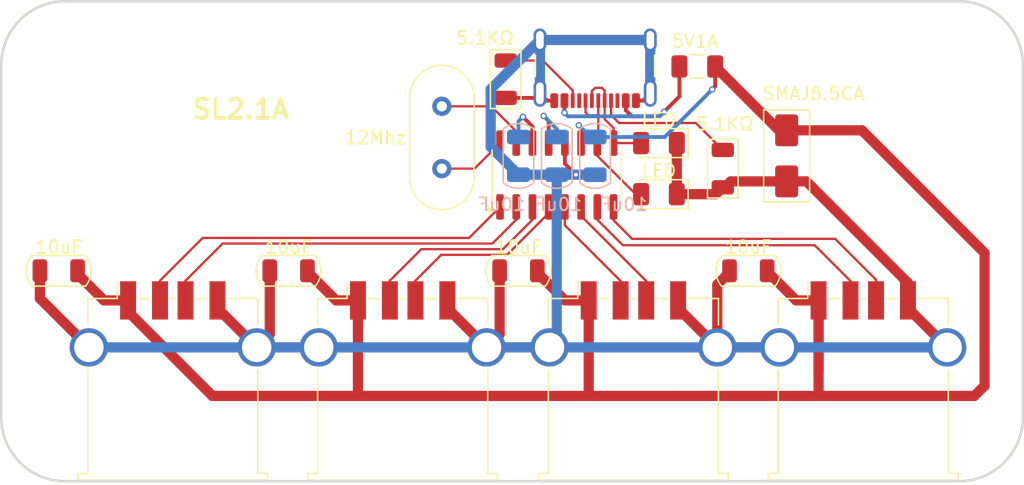
<source format=kicad_pcb>
(kicad_pcb (version 20241229) (generator "pcbnew") (generator_version "9.0")
  (layers (0 "F.Cu" signal) (2 "B.Cu" signal) (13 "F.Paste" user) (15 "B.Paste" user) (5 "F.SilkS" user "F.Silkscreen") (7 "B.SilkS" user "B.Silkscreen") (1 "F.Mask" user) (3 "B.Mask" user) (25 "Edge.Cuts" user))
  (net 0 "")
  (net 1 "VBUS")
  (net 2 "GND")
  (net 3 "/VDD33")
  (net 4 "/VDD18")
  (net 5 "/USBA1_D+")
  (net 6 "/USBA2_D-")
  (net 7 "Net-(U1-XIN)")
  (net 8 "/USBA2_D+")
  (net 9 "/USBA4_D-")
  (net 10 "Net-(U1-XOUT)")
  (net 11 "/USBC_D-")
  (net 12 "/USBA1_D-")
  (net 13 "/USBA3_D+")
  (net 14 "/USBA3_D-")
  (net 15 "/USBA4_D+")
  (net 16 "/USBC_D+")
  (net 17 "Net-(USB5-CC2)")
  (net 18 "Net-(USB5-CC1)")
  (net 21 "Net-(F1-Pad1)")
  (footprint "Package_SO:SOP-16_3.9x9.9mm_P1.27mm" (layer "F.Cu") (at 160 88.5 90)
    (property "Reference" "U1" (hide yes))
    (property "Value" "SL2.1A" (hide yes))
    (fp_line (start 0 -5.06) (end 1.95 -5.06) (stroke (width 0.12)) (layer "F.SilkS"))
    (fp_line (start 0 -5.06) (end -1.95 -5.06) (stroke (width 0.12)) (layer "F.SilkS"))
    (fp_line (start 0 5.06) (end 1.95 5.06) (stroke (width 0.12)) (layer "F.SilkS"))
    (fp_line (start 0 5.06) (end -1.95 5.06) (stroke (width 0.12)) (layer "F.SilkS"))
    (fp_poly (pts (xy -2.725 -5.005) (xy -2.965 -5.335) (xy -2.485 -5.335)) (stroke (width 0.12)) (fill yes) (layer "F.SilkS"))
    (pad "1" smd roundrect (at -2.5 -4.445 90) (size 2 0.6) (layers "F.Cu" "F.Mask" "F.Paste") (net 12 "/USBA1_D-"))
    (pad "2" smd roundrect (at -2.5 -3.175 90) (size 2 0.6) (layers "F.Cu" "F.Mask" "F.Paste") (net 5 "/USBA1_D+"))
    (pad "3" smd roundrect (at -2.5 -1.905 90) (size 2 0.6) (layers "F.Cu" "F.Mask" "F.Paste") (net 6 "/USBA2_D-"))
    (pad "4" smd roundrect (at -2.5 -0.635 90) (size 2 0.6) (layers "F.Cu" "F.Mask" "F.Paste") (net 8 "/USBA2_D+"))
    (pad "5" smd roundrect (at -2.5 0.635 90) (size 2 0.6) (layers "F.Cu" "F.Mask" "F.Paste") (net 14 "/USBA3_D-"))
    (pad "6" smd roundrect (at -2.5 1.905 90) (size 2 0.6) (layers "F.Cu" "F.Mask" "F.Paste") (net 13 "/USBA3_D+"))
    (pad "7" smd roundrect (at -2.5 3.175 90) (size 2 0.6) (layers "F.Cu" "F.Mask" "F.Paste") (net 9 "/USBA4_D-"))
    (pad "8" smd roundrect (at -2.5 4.445 90) (size 2 0.6) (layers "F.Cu" "F.Mask" "F.Paste") (net 15 "/USBA4_D+"))
    (pad "9" smd roundrect (at 2.5 4.445 90) (size 2 0.6) (layers "F.Cu" "F.Mask" "F.Paste") (net 11 "/USBC_D-"))
    (pad "10" smd roundrect (at 2.5 3.175 90) (size 2 0.6) (layers "F.Cu" "F.Mask" "F.Paste") (net 16 "/USBC_D+"))
    (pad "11" smd roundrect (at 2.5 1.905 90) (size 2 0.6) (layers "F.Cu" "F.Mask" "F.Paste") (net 1 "VBUS"))
    (pad "12" smd roundrect (at 2.5 0.635 90) (size 2 0.6) (layers "F.Cu" "F.Mask" "F.Paste") (net 2 "GND"))
    (pad "13" smd roundrect (at 2.5 -0.635 90) (size 2 0.6) (layers "F.Cu" "F.Mask" "F.Paste") (net 3 "/VDD33"))
    (pad "14" smd roundrect (at 2.5 -1.905 90) (size 2 0.6) (layers "F.Cu" "F.Mask" "F.Paste") (net 4 "/VDD18"))
    (pad "15" smd roundrect (at 2.5 -3.175 90) (size 2 0.6) (layers "F.Cu" "F.Mask" "F.Paste") (net 10 "Net-(U1-XOUT)"))
    (pad "16" smd roundrect (at 2.5 -4.445 90) (size 2 0.6) (layers "F.Cu" "F.Mask" "F.Paste") (net 7 "Net-(U1-XIN)"))
  )
  (footprint "Connector_USB:USB_A_TE_292303-7_Horizontal" (layer "F.Cu") (at 129.93 104.7)
    (property "Reference" "USB1" (hide yes))
    (property "Value" "USB_A" (hide yes))
    (fp_line (start -7.43 7.17) (end -7.43 7.69) (stroke (width 0.12)) (layer "F.SilkS"))
    (fp_line (start -7.43 7.69) (end 7.43 7.69) (stroke (width 0.12)) (layer "F.SilkS"))
    (fp_line (start -6.66 -6.53) (end -6.66 -4.46) (stroke (width 0.12)) (layer "F.SilkS"))
    (fp_line (start -6.66 -6.53) (end -4.35 -6.53) (stroke (width 0.12)) (layer "F.SilkS"))
    (fp_line (start -6.66 7.17) (end -7.43 7.17) (stroke (width 0.12)) (layer "F.SilkS"))
    (fp_line (start -6.66 7.17) (end -6.66 -0.94) (stroke (width 0.12)) (layer "F.SilkS"))
    (fp_line (start -4.35 -7.82) (end -4.35 -6.53) (stroke (width 0.12)) (layer "F.SilkS"))
    (fp_line (start -2.67 -6.52) (end -1.85 -6.52) (stroke (width 0.12)) (layer "F.SilkS"))
    (fp_line (start -0.17 -6.52) (end 0.17 -6.52) (stroke (width 0.12)) (layer "F.SilkS"))
    (fp_line (start 1.85 -6.52) (end 2.67 -6.52) (stroke (width 0.12)) (layer "F.SilkS"))
    (fp_line (start 4.35 -6.53) (end 6.66 -6.53) (stroke (width 0.12)) (layer "F.SilkS"))
    (fp_line (start 6.66 -6.53) (end 6.66 -4.46) (stroke (width 0.12)) (layer "F.SilkS"))
    (fp_line (start 6.66 -0.94) (end 6.66 7.17) (stroke (width 0.12)) (layer "F.SilkS"))
    (fp_line (start 7.43 7.17) (end 6.66 7.17) (stroke (width 0.12)) (layer "F.SilkS"))
    (fp_line (start 7.43 7.69) (end 7.43 7.17) (stroke (width 0.12)) (layer "F.SilkS"))
    (pad "1" smd rect (at -3.5 -6.38) (size 1.25 3) (layers "F.Cu" "F.Mask" "F.Paste") (net 1 "VBUS"))
    (pad "2" smd rect (at -1 -6.38) (size 1.25 3) (layers "F.Cu" "F.Mask" "F.Paste") (net 12 "/USBA1_D-"))
    (pad "3" smd rect (at 1 -6.38) (size 1.25 3) (layers "F.Cu" "F.Mask" "F.Paste") (net 5 "/USBA1_D+"))
    (pad "4" smd rect (at 3.5 -6.38) (size 1.25 3) (layers "F.Cu" "F.Mask" "F.Paste") (net 2 "GND"))
    (pad "5" thru_hole circle (at -6.57 -2.7) (size 3 3) (drill 2.3) (property pad_prop_heatsink) (layers "*.Cu" "*.Mask") (net 2 "GND"))
    (pad "5" thru_hole circle (at 6.57 -2.7) (size 3 3) (drill 2.3) (property pad_prop_heatsink) (layers "*.Cu" "*.Mask") (net 2 "GND"))
  )
  (footprint "PCM_Capacitor_SMD_AKL:C_1206_3216Metric" (layer "F.Cu") (at 139 96 180)
    (property "Reference" "C3" (hide yes))
    (property "Value" "10uF" (at 0 1.85 0) (layer "F.SilkS"))
    (fp_line (start 2.1 -1.2) (end -2.1 -1.2) (stroke (width 0.12)) (layer "F.SilkS"))
    (fp_line (start -2.1 1.2) (end 2.1 1.2) (stroke (width 0.12)) (layer "F.SilkS"))
    (fp_arc (start 2.1 -1.2) (mid 2.541962 0) (end 2.1 1.2) (stroke (width 0.12)) (layer "F.SilkS"))
    (fp_arc (start -2.1 1.2) (mid -2.526625 0) (end -2.1 -1.2) (stroke (width 0.12)) (layer "F.SilkS"))
    (pad "1" smd roundrect (at -1.475 0 180) (size 1.15 1.8) (layers "F.Cu" "F.Mask" "F.Paste") (roundrect_rratio 0.217391) (net 1 "VBUS"))
    (pad "2" smd roundrect (at 1.475 0 180) (size 1.15 1.8) (layers "F.Cu" "F.Mask" "F.Paste") (roundrect_rratio 0.217391) (net 2 "GND"))
  )
  (footprint "PCM_Diode_SMD_AKL:D_SMA_TVS" (layer "F.Cu") (at 178 87 90)
    (property "Reference" "D3" (hide yes))
    (property "Value" "SMAJ6.5CA" (at 4.875 2.1 180) (layer "F.SilkS"))
    (fp_line (start 3.6 -1.8) (end -3.6 -1.8) (stroke (width 0.12)) (layer "F.SilkS"))
    (fp_line (start -3.6 -1.8) (end -3.6 1.8) (stroke (width 0.12)) (layer "F.SilkS"))
    (fp_line (start 3.6 1.8) (end 3.6 -1.8) (stroke (width 0.12)) (layer "F.SilkS"))
    (fp_line (start -3.6 1.8) (end 3.6 1.8) (stroke (width 0.12)) (layer "F.SilkS"))
    (pad "1" smd roundrect (at -2 0 90) (size 2.5 1.8) (layers "F.Cu" "F.Mask" "F.Paste") (roundrect_rratio 0.1388888889) (net 2 "GND"))
    (pad "2" smd roundrect (at 2 0 90) (size 2.5 1.8) (layers "F.Cu" "F.Mask" "F.Paste") (roundrect_rratio 0.1388888889) (net 1 "VBUS"))
  )
  (footprint "PCM_4ms_Resistor:R_1206_3216Metric" (layer "F.Cu") (at 171 80)
    (property "Reference" "F1" (hide yes))
    (property "Value" "5V1A" (at -0.175 -1.975 0) (layer "F.SilkS"))
    (fp_line (start -0.602064 -0.91) (end 0.602064 -0.91) (stroke (width 0.12)) (layer "F.SilkS"))
    (fp_line (start -0.602064 0.91) (end 0.602064 0.91) (stroke (width 0.12)) (layer "F.SilkS"))
    (pad "1" smd roundrect (at -1.4 0) (size 1.25 1.75) (layers "F.Cu" "F.Mask" "F.Paste") (roundrect_rratio 0.2) (net 21 "Net-(F1-Pad1)"))
    (pad "2" smd roundrect (at 1.4 0) (size 1.25 1.75) (layers "F.Cu" "F.Mask" "F.Paste") (roundrect_rratio 0.2) (net 1 "VBUS"))
  )
  (footprint "Crystal:Crystal_HC49-U_Vertical" (layer "F.Cu") (at 151 88 90)
    (property "Reference" "X1" (hide yes))
    (property "Value" "12Mhz" (at 2.425 -5.2 180) (layer "F.SilkS"))
    (fp_line (start -0.685 -2.525) (end 5.565 -2.525) (stroke (width 0.12)) (layer "F.SilkS"))
    (fp_line (start -0.685 2.525) (end 5.565 2.525) (stroke (width 0.12)) (layer "F.SilkS"))
    (fp_arc (start 5.565 -2.525) (mid 8.09 0) (end 5.565 2.525) (stroke (width 0.12)) (layer "F.SilkS"))
    (fp_arc (start -0.685 2.525) (mid -3.21 0) (end -0.685 -2.525) (stroke (width 0.12)) (layer "F.SilkS"))
    (pad "1" thru_hole circle (at 0 0 90) (size 1.5 1.5) (drill 0.8) (layers "*.Cu" "*.Mask") (net 7 "Net-(U1-XIN)"))
    (pad "2" thru_hole circle (at 4.88 0 90) (size 1.5 1.5) (drill 0.8) (layers "*.Cu" "*.Mask") (net 10 "Net-(U1-XOUT)"))
  )
  (footprint "LED_SMD:LED_1206_3216Metric" (layer "F.Cu") (at 168 90 180)
    (property "Reference" "D2" (hide yes))
    (property "Value" "LED" (at 0 1.83 0) (layer "F.SilkS"))
    (fp_line (start 1.6 -1.135) (end -2.285 -1.135) (stroke (width 0.12)) (layer "F.SilkS"))
    (fp_line (start -2.285 1.135) (end 1.6 1.135) (stroke (width 0.12)) (layer "F.SilkS"))
    (fp_line (start -2.285 -1.135) (end -2.285 1.135) (stroke (width 0.12)) (layer "F.SilkS"))
    (pad "1" smd roundrect (at -1.4 0 180) (size 1.25 1.75) (layers "F.Cu" "F.Mask" "F.Paste") (roundrect_rratio 0.2) (net 2 "GND"))
    (pad "2" smd roundrect (at 1.4 0 180) (size 1.25 1.75) (layers "F.Cu" "F.Mask" "F.Paste") (roundrect_rratio 0.2) (net 16 "/USBC_D+"))
  )
  (footprint "PCM_Resistor_SMD_AKL:R_1206_3216Metric" (layer "F.Cu") (at 156 81 90)
    (property "Reference" "R1" (hide yes))
    (property "Value" "5.1KΩ" (at 3.225 -1.625 0) (layer "F.SilkS"))
    (fp_line (start 2.3 -1.2) (end -2.3 -1.2) (stroke (width 0.12)) (layer "F.SilkS"))
    (fp_line (start -2.3 -1.2) (end -2.3 1.2) (stroke (width 0.12)) (layer "F.SilkS"))
    (fp_line (start 2.3 1.2) (end 2.3 -1.2) (stroke (width 0.12)) (layer "F.SilkS"))
    (fp_line (start -2.3 1.2) (end 2.3 1.2) (stroke (width 0.12)) (layer "F.SilkS"))
    (pad "1" smd roundrect (at -1.4625 0 90) (size 1.125 1.75) (layers "F.Cu" "F.Mask" "F.Paste") (roundrect_rratio 0.222222) (net 2 "GND"))
    (pad "2" smd roundrect (at 1.4625 0 90) (size 1.125 1.75) (layers "F.Cu" "F.Mask" "F.Paste") (roundrect_rratio 0.222222) (net 17 "Net-(USB5-CC2)"))
  )
  (footprint "PCM_Capacitor_SMD_AKL:C_1206_3216Metric" (layer "F.Cu") (at 175 96 180)
    (property "Reference" "C1" (hide yes))
    (property "Value" "10uF" (at 0 1.85 0) (layer "F.SilkS"))
    (fp_line (start 2.1 -1.2) (end -2.1 -1.2) (stroke (width 0.12)) (layer "F.SilkS"))
    (fp_line (start -2.1 1.2) (end 2.1 1.2) (stroke (width 0.12)) (layer "F.SilkS"))
    (fp_arc (start 2.1 -1.2) (mid 2.541962 0) (end 2.1 1.2) (stroke (width 0.12)) (layer "F.SilkS"))
    (fp_arc (start -2.1 1.2) (mid -2.526625 0) (end -2.1 -1.2) (stroke (width 0.12)) (layer "F.SilkS"))
    (pad "1" smd roundrect (at -1.475 0 180) (size 1.15 1.8) (layers "F.Cu" "F.Mask" "F.Paste") (roundrect_rratio 0.217391) (net 1 "VBUS"))
    (pad "2" smd roundrect (at 1.475 0 180) (size 1.15 1.8) (layers "F.Cu" "F.Mask" "F.Paste") (roundrect_rratio 0.217391) (net 2 "GND"))
  )
  (footprint "PCM_Resistor_SMD_AKL:R_1206_3216Metric" (layer "F.Cu") (at 173 88 90)
    (property "Reference" "R2" (hide yes))
    (property "Value" "5.1KΩ" (at 3.5 0.15 180) (layer "F.SilkS"))
    (fp_line (start 2.3 -1.2) (end -2.3 -1.2) (stroke (width 0.12)) (layer "F.SilkS"))
    (fp_line (start -2.3 -1.2) (end -2.3 1.2) (stroke (width 0.12)) (layer "F.SilkS"))
    (fp_line (start 2.3 1.2) (end 2.3 -1.2) (stroke (width 0.12)) (layer "F.SilkS"))
    (fp_line (start -2.3 1.2) (end 2.3 1.2) (stroke (width 0.12)) (layer "F.SilkS"))
    (pad "1" smd roundrect (at -1.4625 0 90) (size 1.125 1.75) (layers "F.Cu" "F.Mask" "F.Paste") (roundrect_rratio 0.222222) (net 2 "GND"))
    (pad "2" smd roundrect (at 1.4625 0 90) (size 1.125 1.75) (layers "F.Cu" "F.Mask" "F.Paste") (roundrect_rratio 0.222222) (net 18 "Net-(USB5-CC1)"))
  )
  (footprint "Connector_USB:USB_A_TE_292303-7_Horizontal" (layer "F.Cu") (at 147.93 104.7)
    (property "Reference" "USB2" (hide yes))
    (property "Value" "USB_A" (hide yes))
    (fp_line (start -7.43 7.17) (end -7.43 7.69) (stroke (width 0.12)) (layer "F.SilkS"))
    (fp_line (start -7.43 7.69) (end 7.43 7.69) (stroke (width 0.12)) (layer "F.SilkS"))
    (fp_line (start -6.66 -6.53) (end -6.66 -4.46) (stroke (width 0.12)) (layer "F.SilkS"))
    (fp_line (start -6.66 -6.53) (end -4.35 -6.53) (stroke (width 0.12)) (layer "F.SilkS"))
    (fp_line (start -6.66 7.17) (end -7.43 7.17) (stroke (width 0.12)) (layer "F.SilkS"))
    (fp_line (start -6.66 7.17) (end -6.66 -0.94) (stroke (width 0.12)) (layer "F.SilkS"))
    (fp_line (start -4.35 -7.82) (end -4.35 -6.53) (stroke (width 0.12)) (layer "F.SilkS"))
    (fp_line (start -2.67 -6.52) (end -1.85 -6.52) (stroke (width 0.12)) (layer "F.SilkS"))
    (fp_line (start -0.17 -6.52) (end 0.17 -6.52) (stroke (width 0.12)) (layer "F.SilkS"))
    (fp_line (start 1.85 -6.52) (end 2.67 -6.52) (stroke (width 0.12)) (layer "F.SilkS"))
    (fp_line (start 4.35 -6.53) (end 6.66 -6.53) (stroke (width 0.12)) (layer "F.SilkS"))
    (fp_line (start 6.66 -6.53) (end 6.66 -4.46) (stroke (width 0.12)) (layer "F.SilkS"))
    (fp_line (start 6.66 -0.94) (end 6.66 7.17) (stroke (width 0.12)) (layer "F.SilkS"))
    (fp_line (start 7.43 7.17) (end 6.66 7.17) (stroke (width 0.12)) (layer "F.SilkS"))
    (fp_line (start 7.43 7.69) (end 7.43 7.17) (stroke (width 0.12)) (layer "F.SilkS"))
    (pad "1" smd rect (at -3.5 -6.38) (size 1.25 3) (layers "F.Cu" "F.Mask" "F.Paste") (net 1 "VBUS"))
    (pad "2" smd rect (at -1 -6.38) (size 1.25 3) (layers "F.Cu" "F.Mask" "F.Paste") (net 6 "/USBA2_D-"))
    (pad "3" smd rect (at 1 -6.38) (size 1.25 3) (layers "F.Cu" "F.Mask" "F.Paste") (net 8 "/USBA2_D+"))
    (pad "4" smd rect (at 3.5 -6.38) (size 1.25 3) (layers "F.Cu" "F.Mask" "F.Paste") (net 2 "GND"))
    (pad "5" thru_hole circle (at -6.57 -2.7) (size 3 3) (drill 2.3) (property pad_prop_heatsink) (layers "*.Cu" "*.Mask") (net 2 "GND"))
    (pad "5" thru_hole circle (at 6.57 -2.7) (size 3 3) (drill 2.3) (property pad_prop_heatsink) (layers "*.Cu" "*.Mask") (net 2 "GND"))
  )
  (footprint "LED_SMD:LED_1206_3216Metric" (layer "F.Cu") (at 168 86 180)
    (property "Reference" "D1" (hide yes))
    (property "Value" "LED" (at 0 1.83 0) (layer "F.SilkS"))
    (fp_line (start 1.6 -1.135) (end -2.285 -1.135) (stroke (width 0.12)) (layer "F.SilkS"))
    (fp_line (start -2.285 1.135) (end 1.6 1.135) (stroke (width 0.12)) (layer "F.SilkS"))
    (fp_line (start -2.285 -1.135) (end -2.285 1.135) (stroke (width 0.12)) (layer "F.SilkS"))
    (pad "1" smd roundrect (at -1.4 0 180) (size 1.25 1.75) (layers "F.Cu" "F.Mask" "F.Paste") (roundrect_rratio 0.2) (net 2 "GND"))
    (pad "2" smd roundrect (at 1.4 0 180) (size 1.25 1.75) (layers "F.Cu" "F.Mask" "F.Paste") (roundrect_rratio 0.2) (net 11 "/USBC_D-"))
  )
  (footprint "Connector_USB:USB_A_TE_292303-7_Horizontal" (layer "F.Cu") (at 184 104.7)
    (property "Reference" "USB4" (hide yes))
    (property "Value" "USB_A" (hide yes))
    (fp_line (start -7.43 7.17) (end -7.43 7.69) (stroke (width 0.12)) (layer "F.SilkS"))
    (fp_line (start -7.43 7.69) (end 7.43 7.69) (stroke (width 0.12)) (layer "F.SilkS"))
    (fp_line (start -6.66 -6.53) (end -6.66 -4.46) (stroke (width 0.12)) (layer "F.SilkS"))
    (fp_line (start -6.66 -6.53) (end -4.35 -6.53) (stroke (width 0.12)) (layer "F.SilkS"))
    (fp_line (start -6.66 7.17) (end -7.43 7.17) (stroke (width 0.12)) (layer "F.SilkS"))
    (fp_line (start -6.66 7.17) (end -6.66 -0.94) (stroke (width 0.12)) (layer "F.SilkS"))
    (fp_line (start -4.35 -7.82) (end -4.35 -6.53) (stroke (width 0.12)) (layer "F.SilkS"))
    (fp_line (start -2.67 -6.52) (end -1.85 -6.52) (stroke (width 0.12)) (layer "F.SilkS"))
    (fp_line (start -0.17 -6.52) (end 0.17 -6.52) (stroke (width 0.12)) (layer "F.SilkS"))
    (fp_line (start 1.85 -6.52) (end 2.67 -6.52) (stroke (width 0.12)) (layer "F.SilkS"))
    (fp_line (start 4.35 -6.53) (end 6.66 -6.53) (stroke (width 0.12)) (layer "F.SilkS"))
    (fp_line (start 6.66 -6.53) (end 6.66 -4.46) (stroke (width 0.12)) (layer "F.SilkS"))
    (fp_line (start 6.66 -0.94) (end 6.66 7.17) (stroke (width 0.12)) (layer "F.SilkS"))
    (fp_line (start 7.43 7.17) (end 6.66 7.17) (stroke (width 0.12)) (layer "F.SilkS"))
    (fp_line (start 7.43 7.69) (end 7.43 7.17) (stroke (width 0.12)) (layer "F.SilkS"))
    (pad "1" smd rect (at -3.5 -6.38) (size 1.25 3) (layers "F.Cu" "F.Mask" "F.Paste") (net 1 "VBUS"))
    (pad "2" smd rect (at -1 -6.38) (size 1.25 3) (layers "F.Cu" "F.Mask" "F.Paste") (net 9 "/USBA4_D-"))
    (pad "3" smd rect (at 1 -6.38) (size 1.25 3) (layers "F.Cu" "F.Mask" "F.Paste") (net 15 "/USBA4_D+"))
    (pad "4" smd rect (at 3.5 -6.38) (size 1.25 3) (layers "F.Cu" "F.Mask" "F.Paste") (net 2 "GND"))
    (pad "5" thru_hole circle (at -6.57 -2.7) (size 3 3) (drill 2.3) (property pad_prop_heatsink) (layers "*.Cu" "*.Mask") (net 2 "GND"))
    (pad "5" thru_hole circle (at 6.57 -2.7) (size 3 3) (drill 2.3) (property pad_prop_heatsink) (layers "*.Cu" "*.Mask") (net 2 "GND"))
  )
  (footprint "PCM_Capacitor_SMD_AKL:C_1206_3216Metric" (layer "F.Cu") (at 157 96 180)
    (property "Reference" "C2" (hide yes))
    (property "Value" "10uF" (at 0 1.85 0) (layer "F.SilkS"))
    (fp_line (start 2.1 -1.2) (end -2.1 -1.2) (stroke (width 0.12)) (layer "F.SilkS"))
    (fp_line (start -2.1 1.2) (end 2.1 1.2) (stroke (width 0.12)) (layer "F.SilkS"))
    (fp_arc (start 2.1 -1.2) (mid 2.541962 0) (end 2.1 1.2) (stroke (width 0.12)) (layer "F.SilkS"))
    (fp_arc (start -2.1 1.2) (mid -2.526625 0) (end -2.1 -1.2) (stroke (width 0.12)) (layer "F.SilkS"))
    (pad "1" smd roundrect (at -1.475 0 180) (size 1.15 1.8) (layers "F.Cu" "F.Mask" "F.Paste") (roundrect_rratio 0.217391) (net 1 "VBUS"))
    (pad "2" smd roundrect (at 1.475 0 180) (size 1.15 1.8) (layers "F.Cu" "F.Mask" "F.Paste") (roundrect_rratio 0.217391) (net 2 "GND"))
  )
  (footprint "Connector_USB:USB_A_TE_292303-7_Horizontal" (layer "F.Cu") (at 166 104.7)
    (property "Reference" "USB3" (hide yes))
    (property "Value" "USB_A" (hide yes))
    (fp_line (start -7.43 7.17) (end -7.43 7.69) (stroke (width 0.12)) (layer "F.SilkS"))
    (fp_line (start -7.43 7.69) (end 7.43 7.69) (stroke (width 0.12)) (layer "F.SilkS"))
    (fp_line (start -6.66 -6.53) (end -6.66 -4.46) (stroke (width 0.12)) (layer "F.SilkS"))
    (fp_line (start -6.66 -6.53) (end -4.35 -6.53) (stroke (width 0.12)) (layer "F.SilkS"))
    (fp_line (start -6.66 7.17) (end -7.43 7.17) (stroke (width 0.12)) (layer "F.SilkS"))
    (fp_line (start -6.66 7.17) (end -6.66 -0.94) (stroke (width 0.12)) (layer "F.SilkS"))
    (fp_line (start -4.35 -7.82) (end -4.35 -6.53) (stroke (width 0.12)) (layer "F.SilkS"))
    (fp_line (start -2.67 -6.52) (end -1.85 -6.52) (stroke (width 0.12)) (layer "F.SilkS"))
    (fp_line (start -0.17 -6.52) (end 0.17 -6.52) (stroke (width 0.12)) (layer "F.SilkS"))
    (fp_line (start 1.85 -6.52) (end 2.67 -6.52) (stroke (width 0.12)) (layer "F.SilkS"))
    (fp_line (start 4.35 -6.53) (end 6.66 -6.53) (stroke (width 0.12)) (layer "F.SilkS"))
    (fp_line (start 6.66 -6.53) (end 6.66 -4.46) (stroke (width 0.12)) (layer "F.SilkS"))
    (fp_line (start 6.66 -0.94) (end 6.66 7.17) (stroke (width 0.12)) (layer "F.SilkS"))
    (fp_line (start 7.43 7.17) (end 6.66 7.17) (stroke (width 0.12)) (layer "F.SilkS"))
    (fp_line (start 7.43 7.69) (end 7.43 7.17) (stroke (width 0.12)) (layer "F.SilkS"))
    (pad "1" smd rect (at -3.5 -6.38) (size 1.25 3) (layers "F.Cu" "F.Mask" "F.Paste") (net 1 "VBUS"))
    (pad "2" smd rect (at -1 -6.38) (size 1.25 3) (layers "F.Cu" "F.Mask" "F.Paste") (net 14 "/USBA3_D-"))
    (pad "3" smd rect (at 1 -6.38) (size 1.25 3) (layers "F.Cu" "F.Mask" "F.Paste") (net 13 "/USBA3_D+"))
    (pad "4" smd rect (at 3.5 -6.38) (size 1.25 3) (layers "F.Cu" "F.Mask" "F.Paste") (net 2 "GND"))
    (pad "5" thru_hole circle (at -6.57 -2.7) (size 3 3) (drill 2.3) (property pad_prop_heatsink) (layers "*.Cu" "*.Mask") (net 2 "GND"))
    (pad "5" thru_hole circle (at 6.57 -2.7) (size 3 3) (drill 2.3) (property pad_prop_heatsink) (layers "*.Cu" "*.Mask") (net 2 "GND"))
  )
  (footprint "Connector_USB:USB_C_Receptacle_GCT_USB4105-xx-A_16P_TopMnt_Horizontal" (layer "F.Cu") (at 163 79 180)
    (property "Reference" "USB5" (hide yes))
    (property "Value" "TYPE-C 16PIN 2MD(073)" (hide yes))
    (fp_line (start 4.67 -0.1) (end 4.67 -1.8) (stroke (width 0.12)) (layer "F.SilkS"))
    (fp_line (start -4.67 -0.1) (end -4.67 -1.8) (stroke (width 0.12)) (layer "F.SilkS"))
    (pad "" np_thru_hole circle (at -2.89 -2.605 180) (size 0.65 0.65) (drill 0.65) (layers "*.Cu" "*.Mask"))
    (pad "" np_thru_hole circle (at 2.89 -2.605 180) (size 0.65 0.65) (drill 0.65) (layers "*.Cu" "*.Mask"))
    (pad "A1" smd roundrect (at -3.2 -3.68 180) (size 0.6 1.15) (layers "F.Cu" "F.Mask" "F.Paste") (net 2 "GND"))
    (pad "A4" smd roundrect (at -2.4 -3.68 180) (size 0.6 1.15) (layers "F.Cu" "F.Mask" "F.Paste") (net 21 "Net-(F1-Pad1)"))
    (pad "A5" smd roundrect (at -1.25 -3.68 180) (size 0.3 1.15) (layers "F.Cu" "F.Mask" "F.Paste") (net 18 "Net-(USB5-CC1)"))
    (pad "A6" smd roundrect (at -0.25 -3.68 180) (size 0.3 1.15) (layers "F.Cu" "F.Mask" "F.Paste") (net 16 "/USBC_D+"))
    (pad "A7" smd roundrect (at 0.25 -3.68 180) (size 0.3 1.15) (layers "F.Cu" "F.Mask" "F.Paste") (net 11 "/USBC_D-"))
    (pad "A8" smd roundrect (at 1.25 -3.68 180) (size 0.3 1.15) (layers "F.Cu" "F.Mask" "F.Paste"))
    (pad "A9" smd roundrect (at 2.4 -3.68 180) (size 0.6 1.15) (layers "F.Cu" "F.Mask" "F.Paste") (net 21 "Net-(F1-Pad1)"))
    (pad "A12" smd roundrect (at 3.2 -3.68 180) (size 0.6 1.15) (layers "F.Cu" "F.Mask" "F.Paste") (net 2 "GND"))
    (pad "B1" smd roundrect (at 3.2 -3.68 180) (size 0.6 1.15) (layers "F.Cu" "F.Mask" "F.Paste") (net 2 "GND"))
    (pad "B4" smd roundrect (at 2.4 -3.68 180) (size 0.6 1.15) (layers "F.Cu" "F.Mask" "F.Paste") (net 21 "Net-(F1-Pad1)"))
    (pad "B5" smd roundrect (at 1.75 -3.68 180) (size 0.3 1.15) (layers "F.Cu" "F.Mask" "F.Paste") (net 17 "Net-(USB5-CC2)"))
    (pad "B6" smd roundrect (at 0.75 -3.68 180) (size 0.3 1.15) (layers "F.Cu" "F.Mask" "F.Paste") (net 16 "/USBC_D+"))
    (pad "B7" smd roundrect (at -0.75 -3.68 180) (size 0.3 1.15) (layers "F.Cu" "F.Mask" "F.Paste") (net 11 "/USBC_D-"))
    (pad "B8" smd roundrect (at -1.75 -3.68 180) (size 0.3 1.15) (layers "F.Cu" "F.Mask" "F.Paste"))
    (pad "B9" smd roundrect (at -2.4 -3.68 180) (size 0.6 1.15) (layers "F.Cu" "F.Mask" "F.Paste") (net 21 "Net-(F1-Pad1)"))
    (pad "B12" smd roundrect (at -3.2 -3.68 180) (size 0.6 1.15) (layers "F.Cu" "F.Mask" "F.Paste") (net 2 "GND"))
    (pad "S1" thru_hole oval (at -4.32 -3.105 180) (size 1 2.1) (drill oval 0.6 1.7) (property pad_prop_heatsink) (layers "*.Cu" "*.Mask" "F.Paste") (net 2 "GND"))
    (pad "S1" thru_hole oval (at -4.32 1.075 180) (size 1 1.8) (drill oval 0.6 1.4) (property pad_prop_heatsink) (layers "*.Cu" "*.Mask" "F.Paste") (net 2 "GND"))
    (pad "S1" thru_hole oval (at 4.32 -3.105 180) (size 1 2.1) (drill oval 0.6 1.7) (property pad_prop_heatsink) (layers "*.Cu" "*.Mask" "F.Paste") (net 2 "GND"))
    (pad "S1" thru_hole oval (at 4.32 1.075 180) (size 1 1.8) (drill oval 0.6 1.4) (property pad_prop_heatsink) (layers "*.Cu" "*.Mask" "F.Paste") (net 2 "GND"))
  )
  (footprint "PCM_Capacitor_SMD_AKL:C_1206_3216Metric" (layer "F.Cu") (at 121 96 180)
    (property "Reference" "C4" (hide yes))
    (property "Value" "10uF" (at 0 1.85 0) (layer "F.SilkS"))
    (fp_line (start 2.1 -1.2) (end -2.1 -1.2) (stroke (width 0.12)) (layer "F.SilkS"))
    (fp_line (start -2.1 1.2) (end 2.1 1.2) (stroke (width 0.12)) (layer "F.SilkS"))
    (fp_arc (start 2.1 -1.2) (mid 2.541962 0) (end 2.1 1.2) (stroke (width 0.12)) (layer "F.SilkS"))
    (fp_arc (start -2.1 1.2) (mid -2.526625 0) (end -2.1 -1.2) (stroke (width 0.12)) (layer "F.SilkS"))
    (pad "1" smd roundrect (at -1.475 0 180) (size 1.15 1.8) (layers "F.Cu" "F.Mask" "F.Paste") (roundrect_rratio 0.217391) (net 1 "VBUS"))
    (pad "2" smd roundrect (at 1.475 0 180) (size 1.15 1.8) (layers "F.Cu" "F.Mask" "F.Paste") (roundrect_rratio 0.217391) (net 2 "GND"))
  )
  (footprint "PCM_Capacitor_SMD_AKL:C_1206_3216Metric" (layer "B.Cu") (at 157 87 -90)
    (property "Reference" "C7" (hide yes))
    (property "Value" "10uF" (at 3.8 1.325 180) (layer "B.SilkS") (effects (justify mirror)))
    (fp_line (start 2.1 1.2) (end -2.1 1.2) (stroke (width 0.12)) (layer "B.SilkS"))
    (fp_line (start -2.1 -1.2) (end 2.1 -1.2) (stroke (width 0.12)) (layer "B.SilkS"))
    (fp_arc (start -2.1 1.2) (mid -2.526625 0) (end -2.1 -1.2) (stroke (width 0.12)) (layer "B.SilkS"))
    (fp_arc (start 2.1 -1.2) (mid 2.541962 0) (end 2.1 1.2) (stroke (width 0.12)) (layer "B.SilkS"))
    (pad "1" smd roundrect (at -1.475 0 270) (size 1.15 1.8) (layers "B.Cu" "B.Mask" "B.Paste") (roundrect_rratio 0.217391) (net 4 "/VDD18"))
    (pad "2" smd roundrect (at 1.475 0 270) (size 1.15 1.8) (layers "B.Cu" "B.Mask" "B.Paste") (roundrect_rratio 0.217391) (net 2 "GND"))
  )
  (footprint "PCM_Capacitor_SMD_AKL:C_1206_3216Metric" (layer "B.Cu") (at 163 87 -90)
    (property "Reference" "C5" (hide yes))
    (property "Value" "10uF" (at 3.8 -2.275 180) (layer "B.SilkS") (effects (justify mirror)))
    (fp_line (start 2.1 1.2) (end -2.1 1.2) (stroke (width 0.12)) (layer "B.SilkS"))
    (fp_line (start -2.1 -1.2) (end 2.1 -1.2) (stroke (width 0.12)) (layer "B.SilkS"))
    (fp_arc (start -2.1 1.2) (mid -2.526625 0) (end -2.1 -1.2) (stroke (width 0.12)) (layer "B.SilkS"))
    (fp_arc (start 2.1 -1.2) (mid 2.541962 0) (end 2.1 1.2) (stroke (width 0.12)) (layer "B.SilkS"))
    (pad "1" smd roundrect (at -1.475 0 270) (size 1.15 1.8) (layers "B.Cu" "B.Mask" "B.Paste") (roundrect_rratio 0.217391) (net 1 "VBUS"))
    (pad "2" smd roundrect (at 1.475 0 270) (size 1.15 1.8) (layers "B.Cu" "B.Mask" "B.Paste") (roundrect_rratio 0.217391) (net 2 "GND"))
  )
  (footprint "PCM_Capacitor_SMD_AKL:C_1206_3216Metric" (layer "B.Cu") (at 160 87 -90)
    (property "Reference" "C6" (hide yes))
    (property "Value" "10uF" (at 3.8 -0.15 180) (layer "B.SilkS") (effects (justify mirror)))
    (fp_line (start 2.1 1.2) (end -2.1 1.2) (stroke (width 0.12)) (layer "B.SilkS"))
    (fp_line (start -2.1 -1.2) (end 2.1 -1.2) (stroke (width 0.12)) (layer "B.SilkS"))
    (fp_arc (start -2.1 1.2) (mid -2.526625 0) (end -2.1 -1.2) (stroke (width 0.12)) (layer "B.SilkS"))
    (fp_arc (start 2.1 -1.2) (mid 2.541962 0) (end 2.1 1.2) (stroke (width 0.12)) (layer "B.SilkS"))
    (pad "1" smd roundrect (at -1.475 0 270) (size 1.15 1.8) (layers "B.Cu" "B.Mask" "B.Paste") (roundrect_rratio 0.217391) (net 3 "/VDD33"))
    (pad "2" smd roundrect (at 1.475 0 270) (size 1.15 1.8) (layers "B.Cu" "B.Mask" "B.Paste") (roundrect_rratio 0.217391) (net 2 "GND"))
  )
  (gr_line (start 121.5 74.9) (end 191.5 74.9) (stroke (width 0.2)) (layer "Edge.Cuts"))
  (gr_arc (start 191.5 74.9) (mid 195.035534 76.364466) (end 196.5 79.9) (stroke (width 0.2)) (layer "Edge.Cuts"))
  (gr_line (start 116.5 107.475) (end 116.5 79.9) (stroke (width 0.2)) (layer "Edge.Cuts"))
  (gr_line (start 196.5 79.9) (end 196.5 107.475) (stroke (width 0.2)) (layer "Edge.Cuts"))
  (gr_arc (start 196.5 107.475) (mid 195.035534 111.010534) (end 191.5 112.475) (stroke (width 0.2)) (layer "Edge.Cuts"))
  (gr_arc (start 116.5 79.9) (mid 117.964466 76.364466) (end 121.5 74.9) (stroke (width 0.2)) (layer "Edge.Cuts"))
  (gr_line (start 191.5 112.475) (end 121.5 112.475) (stroke (width 0.2)) (layer "Edge.Cuts"))
  (gr_arc (start 121.5 112.475) (mid 117.964466 111.010534) (end 116.5 107.475) (stroke (width 0.2)) (layer "Edge.Cuts"))
  (gr_text "SL2.1A" (at 131.3 84.225 0) (layer "F.SilkS") (effects (font (size 1.5 1.5) (thickness 0.3) (bold yes)) (justify left bottom)))
  (segment (start 162.5 98.32) (end 162.5 99.195) (width 0.8) (layer "F.Cu") (net 1))
  (segment (start 122.475 96) (end 122.475 96.25) (width 0.8) (layer "F.Cu") (net 1))
  (segment (start 158.475 96.15) (end 160.645 98.32) (width 0.8) (layer "F.Cu") (net 1))
  (segment (start 122.475 96.25) (end 124.545 98.32) (width 0.8) (layer "F.Cu") (net 1))
  (segment (start 192.7 105.8) (end 180.5 105.8) (width 0.8) (layer "F.Cu") (net 1))
  (segment (start 142.72 98.32) (end 144.43 98.32) (width 0.8) (layer "F.Cu") (net 1))
  (segment (start 162.525 105.8) (end 169.105 105.8) (width 0.8) (layer "F.Cu") (net 1))
  (segment (start 193.5 105) (end 192.7 105.8) (width 0.8) (layer "F.Cu") (net 1))
  (segment (start 161.905 84.805) (end 161.7 84.6) (width 0.3) (layer "F.Cu") (net 1))
  (segment (start 180.5 98.32) (end 180.5 105.8) (width 0.8) (layer "F.Cu") (net 1))
  (segment (start 161.905 86) (end 161.905 84.805) (width 0.3) (layer "F.Cu") (net 1))
  (segment (start 180.5 104) (end 180.5 98.32) (width 0.8) (layer "F.Cu") (net 1))
  (segment (start 144.43 105.705) (end 144.525 105.8) (width 0.8) (layer "F.Cu") (net 1))
  (segment (start 133.035 105.8) (end 144.525 105.8) (width 0.8) (layer "F.Cu") (net 1))
  (segment (start 176.475 96.05) (end 178.745 98.32) (width 0.8) (layer "F.Cu") (net 1))
  (segment (start 177.4 85) (end 178 85) (width 0.8) (layer "F.Cu") (net 1))
  (segment (start 160.645 98.32) (end 162.5 98.32) (width 0.8) (layer "F.Cu") (net 1))
  (segment (start 172.4 80) (end 177.4 85) (width 0.8) (layer "F.Cu") (net 1))
  (segment (start 140.475 96.075) (end 142.72 98.32) (width 0.8) (layer "F.Cu") (net 1))
  (segment (start 126.43 99.195) (end 133.035 105.8) (width 0.8) (layer "F.Cu") (net 1))
  (segment (start 162.5 98.32) (end 162.5 105.775) (width 0.8) (layer "F.Cu") (net 1))
  (segment (start 180.5 105.8) (end 178.7 105.8) (width 0.8) (layer "F.Cu") (net 1))
  (segment (start 144.43 98.32) (end 144.43 99.195) (width 0.8) (layer "F.Cu") (net 1))
  (segment (start 193.5 94.6) (end 193.5 105) (width 0.8) (layer "F.Cu") (net 1))
  (segment (start 178 85) (end 183.9 85) (width 0.8) (layer "F.Cu") (net 1))
  (segment (start 172.4 81.575) (end 172.4 80) (width 0.3) (layer "F.Cu") (net 1))
  (segment (start 151.035 105.8) (end 162.525 105.8) (width 0.8) (layer "F.Cu") (net 1))
  (segment (start 176.475 96) (end 176.475 96.05) (width 0.8) (layer "F.Cu") (net 1))
  (segment (start 158.475 96) (end 158.475 96.15) (width 0.8) (layer "F.Cu") (net 1))
  (segment (start 144.43 98.32) (end 144.43 105.705) (width 0.8) (layer "F.Cu") (net 1))
  (segment (start 161.7 84.6) (end 161.725 84.6) (width 0.3) (layer "F.Cu") (net 1))
  (segment (start 183.9 85) (end 193.5 94.6) (width 0.8) (layer "F.Cu") (net 1))
  (segment (start 172.175 81.8) (end 172.4 81.575) (width 0.3) (layer "F.Cu") (net 1))
  (segment (start 144.525 105.8) (end 151.035 105.8) (width 0.8) (layer "F.Cu") (net 1))
  (segment (start 126.43 98.32) (end 126.43 99.195) (width 0.8) (layer "F.Cu") (net 1))
  (segment (start 178.745 98.32) (end 180.5 98.32) (width 0.8) (layer "F.Cu") (net 1))
  (segment (start 169.105 105.8) (end 178.7 105.8) (width 0.8) (layer "F.Cu") (net 1))
  (segment (start 124.545 98.32) (end 126.43 98.32) (width 0.8) (layer "F.Cu") (net 1))
  (segment (start 162.5 105.775) (end 162.525 105.8) (width 0.8) (layer "F.Cu") (net 1))
  (segment (start 140.475 96) (end 140.475 96.075) (width 0.8) (layer "F.Cu") (net 1))
  (via (at 172.175 81.8) (size 0.5) (drill 0.3) (layers "F.Cu" "B.Cu") (net 1))
  (via (at 161.725 84.6) (size 0.5) (drill 0.3) (layers "F.Cu" "B.Cu") (net 1))
  (segment (start 163 85.525) (end 168.45 85.525) (width 0.3) (layer "B.Cu") (net 1))
  (segment (start 162.65 85.525) (end 161.725 84.6) (width 0.3) (layer "B.Cu") (net 1))
  (segment (start 163 85.525) (end 162.65 85.525) (width 0.3) (layer "B.Cu") (net 1))
  (segment (start 168.45 85.525) (end 172.175 81.8) (width 0.3) (layer "B.Cu") (net 1))
  (segment (start 178 89) (end 179.55 89) (width 0.8) (layer "F.Cu") (net 2))
  (segment (start 172.57 97.08) (end 172.57 102) (width 0.8) (layer "F.Cu") (net 2))
  (segment (start 133.43 98.32) (end 133.43 98.93) (width 0.8) (layer "F.Cu") (net 2))
  (segment (start 151.43 98.93) (end 154.5 102) (width 0.8) (layer "F.Cu") (net 2))
  (segment (start 187.5 96.95) (end 187.5 98.32) (width 0.8) (layer "F.Cu") (net 2))
  (segment (start 173.525 96.125) (end 172.57 97.08) (width 0.8) (layer "F.Cu") (net 2))
  (segment (start 179.55 89) (end 187.5 96.95) (width 0.8) (layer "F.Cu") (net 2))
  (segment (start 187.5 98.32) (end 187.5 98.93) (width 0.8) (layer "F.Cu") (net 2))
  (segment (start 169.4 86) (end 169.4 90) (width 0.8) (layer "F.Cu") (net 2))
  (segment (start 137.525 96) (end 137.525 100.975) (width 0.8) (layer "F.Cu") (net 2))
  (segment (start 173.625 89) (end 178 89) (width 0.8) (layer "F.Cu") (net 2))
  (segment (start 160.635 87.61) (end 161.5 88.475) (width 0.3) (layer "F.Cu") (net 2))
  (segment (start 151.43 98.32) (end 151.43 98.93) (width 0.8) (layer "F.Cu") (net 2))
  (segment (start 119.525 98.165) (end 123.36 102) (width 0.8) (layer "F.Cu") (net 2))
  (segment (start 137.525 100.975) (end 136.5 102) (width 0.8) (layer "F.Cu") (net 2))
  (segment (start 141.36 102) (end 136.5 102) (width 0.8) (layer "F.Cu") (net 2))
  (segment (start 166.745 82.68) (end 167.32 82.105) (width 0.3) (layer "F.Cu") (net 2))
  (segment (start 160.635 86) (end 160.635 87.61) (width 0.3) (layer "F.Cu") (net 2))
  (segment (start 155.525 100.975) (end 154.5 102) (width 0.8) (layer "F.Cu") (net 2))
  (segment (start 173 89.4625) (end 173.1625 89.4625) (width 0.8) (layer "F.Cu") (net 2))
  (segment (start 173.525 96) (end 173.525 96.125) (width 0.8) (layer "F.Cu") (net 2))
  (segment (start 172.57 102) (end 177.43 102) (width 0.8) (layer "F.Cu") (net 2))
  (segment (start 133.43 98.93) (end 136.5 102) (width 0.8) (layer "F.Cu") (net 2))
  (segment (start 154.5 102) (end 159.43 102) (width 0.8) (layer "F.Cu") (net 2))
  (segment (start 172.4625 90) (end 173 89.4625) (width 0.8) (layer "F.Cu") (net 2))
  (segment (start 155.525 96) (end 155.525 100.975) (width 0.8) (layer "F.Cu") (net 2))
  (segment (start 159.255 82.68) (end 158.68 82.105) (width 0.3) (layer "F.Cu") (net 2))
  (segment (start 156 82.4625) (end 158.3225 82.4625) (width 0.3) (layer "F.Cu") (net 2))
  (segment (start 166.2 82.68) (end 166.745 82.68) (width 0.3) (layer "F.Cu") (net 2))
  (segment (start 169.5 98.93) (end 172.57 102) (width 0.8) (layer "F.Cu") (net 2))
  (segment (start 169.5 98.32) (end 169.5 98.93) (width 0.8) (layer "F.Cu") (net 2))
  (segment (start 159.8 82.68) (end 159.255 82.68) (width 0.3) (layer "F.Cu") (net 2))
  (segment (start 158.3225 82.4625) (end 158.68 82.105) (width 0.3) (layer "F.Cu") (net 2))
  (segment (start 187.5 98.93) (end 190.57 102) (width 0.8) (layer "F.Cu") (net 2))
  (segment (start 173.1625 89.4625) (end 173.625 89) (width 0.8) (layer "F.Cu") (net 2))
  (segment (start 119.525 96) (end 119.525 98.165) (width 0.8) (layer "F.Cu") (net 2))
  (segment (start 169.4 90) (end 172.4625 90) (width 0.8) (layer "F.Cu") (net 2))
  (via (at 161.5 88.475) (size 0.5) (drill 0.3) (layers "F.Cu" "B.Cu") (net 2))
  (segment (start 154.825 81.78) (end 154.825 86.3) (width 0.8) (layer "B.Cu") (net 2))
  (segment (start 154.825 86.3) (end 157 88.475) (width 0.8) (layer "B.Cu") (net 2))
  (segment (start 163 88.475) (end 157 88.475) (width 0.8) (layer "B.Cu") (net 2))
  (segment (start 158.68 77.925) (end 154.825 81.78) (width 0.8) (layer "B.Cu") (net 2))
  (segment (start 190.57 102) (end 123.36 102) (width 0.8) (layer "B.Cu") (net 2))
  (segment (start 160 88.475) (end 160 101.43) (width 0.8) (layer "B.Cu") (net 2))
  (segment (start 167.32 77.925) (end 158.68 77.925) (width 0.8) (layer "B.Cu") (net 2))
  (segment (start 167.32 77.925) (end 167.32 82.105) (width 0.8) (layer "B.Cu") (net 2))
  (segment (start 160 101.43) (end 159.43 102) (width 0.8) (layer "B.Cu") (net 2))
  (segment (start 158.68 77.925) (end 158.68 82.105) (width 0.8) (layer "B.Cu") (net 2))
  (segment (start 159.365 86) (end 159.365 84.265) (width 0.3) (layer "F.Cu") (net 3))
  (segment (start 159.365 84.265) (end 158.975 83.875) (width 0.3) (layer "F.Cu") (net 3))
  (via (at 158.975 83.875) (size 0.5) (drill 0.3) (layers "F.Cu" "B.Cu") (net 3))
  (segment (start 160 85.5) (end 160 85.525) (width 0.8) (layer "B.Cu") (net 3))
  (segment (start 160 85.525) (end 160 84.9) (width 0.3) (layer "B.Cu") (net 3))
  (segment (start 160 84.9) (end 158.975 83.875) (width 0.3) (layer "B.Cu") (net 3))
  (segment (start 158.095 86) (end 158.095 84.695) (width 0.3) (layer "F.Cu") (net 4))
  (segment (start 158.095 84.695) (end 157.35 83.95) (width 0.3) (layer "F.Cu") (net 4))
  (via (at 157.35 83.95) (size 0.5) (drill 0.3) (layers "F.Cu" "B.Cu") (net 4))
  (segment (start 156.9 85.425) (end 157 85.525) (width 0.8) (layer "B.Cu") (net 4))
  (segment (start 157 84.3) (end 157.35 83.95) (width 0.3) (layer "B.Cu") (net 4))
  (segment (start 157 85.525) (end 157 84.3) (width 0.3) (layer "B.Cu") (net 4))
  (segment (start 156.825 91.999999) (end 154.957999 93.867) (width 0.18) (layer "F.Cu") (net 5))
  (segment (start 133.833 93.867) (end 130.93 96.77) (width 0.18) (layer "F.Cu") (net 5))
  (segment (start 154.957999 93.867) (end 133.833 93.867) (width 0.18) (layer "F.Cu") (net 5))
  (segment (start 156.825 91) (end 156.825 91.999999) (width 0.18) (layer "F.Cu") (net 5))
  (segment (start 130.93 96.77) (end 130.93 98.32) (width 0.18) (layer "F.Cu") (net 5))
  (segment (start 158.095 91.999999) (end 155.786999 94.308) (width 0.18) (layer "F.Cu") (net 6))
  (segment (start 146.93 96.77) (end 146.93 98.32) (width 0.18) (layer "F.Cu") (net 6))
  (segment (start 155.786999 94.308) (end 149.392 94.308) (width 0.18) (layer "F.Cu") (net 6))
  (segment (start 158.095 91) (end 158.095 91.999999) (width 0.18) (layer "F.Cu") (net 6))
  (segment (start 149.392 94.308) (end 146.93 96.77) (width 0.18) (layer "F.Cu") (net 6))
  (segment (start 153.555 88) (end 151 88) (width 0.18) (layer "F.Cu") (net 7))
  (segment (start 155.555 86) (end 153.555 88) (width 0.18) (layer "F.Cu") (net 7))
  (segment (start 148.93 96.77) (end 148.93 98.32) (width 0.18) (layer "F.Cu") (net 8))
  (segment (start 159.365 91.48987) (end 156.10587 94.749) (width 0.18) (layer "F.Cu") (net 8))
  (segment (start 159.365 91) (end 159.365 91.48987) (width 0.18) (layer "F.Cu") (net 8))
  (segment (start 150.951 94.749) (end 148.93 96.77) (width 0.18) (layer "F.Cu") (net 8))
  (segment (start 156.10587 94.749) (end 150.951 94.749) (width 0.18) (layer "F.Cu") (net 8))
  (segment (start 180.2 94) (end 183 96.8) (width 0.18) (layer "F.Cu") (net 9))
  (segment (start 165.175001 94) (end 180.2 94) (width 0.18) (layer "F.Cu") (net 9))
  (segment (start 163.175 91) (end 163.175 91.999999) (width 0.18) (layer "F.Cu") (net 9))
  (segment (start 163.175 91.999999) (end 165.175001 94) (width 0.18) (layer "F.Cu") (net 9))
  (segment (start 183 96.8) (end 183 98.32) (width 0.18) (layer "F.Cu") (net 9))
  (segment (start 156.825 85.08187) (end 154.86313 83.12) (width 0.18) (layer "F.Cu") (net 10))
  (segment (start 156.825 86) (end 156.825 85.08187) (width 0.18) (layer "F.Cu") (net 10))
  (segment (start 154.86313 83.12) (end 151 83.12) (width 0.18) (layer "F.Cu") (net 10))
  (segment (start 163.75 81.9) (end 163.525 81.675) (width 0.18) (layer "F.Cu") (net 11))
  (segment (start 163.75 84.125) (end 164.445 84.82) (width 0.18) (layer "F.Cu") (net 11))
  (segment (start 163.525 81.675) (end 163 81.675) (width 0.18) (layer "F.Cu") (net 11))
  (segment (start 163 81.675) (end 162.75 81.925) (width 0.18) (layer "F.Cu") (net 11))
  (segment (start 162.75 81.925) (end 162.75 82.68) (width 0.18) (layer "F.Cu") (net 11))
  (segment (start 163.75 82.68) (end 163.75 84.125) (width 0.18) (layer "F.Cu") (net 11))
  (segment (start 163.75 82.68) (end 163.75 81.9) (width 0.18) (layer "F.Cu") (net 11))
  (segment (start 166.6 86) (end 164.445 86) (width 0.18) (layer "F.Cu") (net 11))
  (segment (start 164.445 84.82) (end 164.445 86) (width 0.18) (layer "F.Cu") (net 11))
  (segment (start 132.274 93.426) (end 128.93 96.77) (width 0.18) (layer "F.Cu") (net 12))
  (segment (start 128.93 96.77) (end 128.93 98.32) (width 0.18) (layer "F.Cu") (net 12))
  (segment (start 155.555 91) (end 153.129 93.426) (width 0.18) (layer "F.Cu") (net 12))
  (segment (start 153.129 93.426) (end 132.274 93.426) (width 0.18) (layer "F.Cu") (net 12))
  (segment (start 167 96.8) (end 167 98.32) (width 0.18) (layer "F.Cu") (net 13))
  (segment (start 161.905 91.705) (end 167 96.8) (width 0.18) (layer "F.Cu") (net 13))
  (segment (start 161.905 91) (end 161.905 91.705) (width 0.18) (layer "F.Cu") (net 13))
  (segment (start 160.635 91) (end 160.635 92.435) (width 0.18) (layer "F.Cu") (net 14))
  (segment (start 160.635 92.435) (end 165 96.8) (width 0.18) (layer "F.Cu") (net 14))
  (segment (start 165 96.8) (end 165 98.32) (width 0.18) (layer "F.Cu") (net 14))
  (segment (start 185 96.7) (end 185 98.32) (width 0.18) (layer "F.Cu") (net 15))
  (segment (start 164.445 91) (end 164.445 92.045) (width 0.18) (layer "F.Cu") (net 15))
  (segment (start 164.445 92.045) (end 165.9 93.5) (width 0.18) (layer "F.Cu") (net 15))
  (segment (start 181.8 93.5) (end 185 96.7) (width 0.18) (layer "F.Cu") (net 15))
  (segment (start 165.9 93.5) (end 181.8 93.5) (width 0.18) (layer "F.Cu") (net 15))
  (segment (start 163.25 83.825) (end 163.25 85.925) (width 0.18) (layer "F.Cu") (net 16))
  (segment (start 162.25 82.68) (end 162.25 83.6) (width 0.18) (layer "F.Cu") (net 16))
  (segment (start 166.175001 90) (end 166.6 90) (width 0.18) (layer "F.Cu") (net 16))
  (segment (start 163.25 85.925) (end 163.175 86) (width 0.18) (layer "F.Cu") (net 16))
  (segment (start 162.475 83.825) (end 163.25 83.825) (width 0.18) (layer "F.Cu") (net 16))
  (segment (start 162.25 83.6) (end 162.475 83.825) (width 0.18) (layer "F.Cu") (net 16))
  (segment (start 163.175 86) (end 163.175 86.999999) (width 0.18) (layer "F.Cu") (net 16))
  (segment (start 163.25 82.68) (end 163.25 83.825) (width 0.18) (layer "F.Cu") (net 16))
  (segment (start 163.175 86.999999) (end 166.175001 90) (width 0.18) (layer "F.Cu") (net 16))
  (segment (start 161.25 81.873844) (end 158.913656 79.5375) (width 0.18) (layer "F.Cu") (net 17))
  (segment (start 161.25 82.68) (end 161.25 81.873844) (width 0.18) (layer "F.Cu") (net 17))
  (segment (start 158.913656 79.5375) (end 156 79.5375) (width 0.18) (layer "F.Cu") (net 17))
  (segment (start 164.875 84.425) (end 170.8875 84.425) (width 0.18) (layer "F.Cu") (net 18))
  (segment (start 164.25 82.68) (end 164.25 83.8) (width 0.18) (layer "F.Cu") (net 18))
  (segment (start 170.8875 84.425) (end 173 86.5375) (width 0.18) (layer "F.Cu") (net 18))
  (segment (start 164.25 83.8) (end 164.875 84.425) (width 0.18) (layer "F.Cu") (net 18))
  (segment (start 165.4 82.68) (end 165.4 83.425) (width 0.3) (layer "F.Cu") (net 21))
  (segment (start 165.4 83.425) (end 165.875 83.9) (width 0.3) (layer "F.Cu") (net 21))
  (segment (start 168.4 83.55) (end 169.6 82.35) (width 0.3) (layer "F.Cu") (net 21))
  (segment (start 168.05 83.9) (end 168.4 83.55) (width 0.3) (layer "F.Cu") (net 21))
  (segment (start 165.875 83.9) (end 168.05 83.9) (width 0.3) (layer "F.Cu") (net 21))
  (segment (start 160.6 82.68) (end 160.6 83.625) (width 0.3) (layer "F.Cu") (net 21))
  (segment (start 169.6 82.35) (end 169.6 80) (width 0.3) (layer "F.Cu") (net 21))
  (via (at 160.6 83.625) (size 0.5) (drill 0.3) (layers "F.Cu" "B.Cu") (net 21))
  (via (at 168.4 83.55) (size 0.5) (drill 0.3) (layers "F.Cu" "B.Cu") (net 21))
  (segment (start 168.05 83.9) (end 168.35 83.6) (width 0.3) (layer "B.Cu") (net 21))
  (segment (start 160.6 83.625) (end 160.875 83.9) (width 0.3) (layer "B.Cu") (net 21))
  (segment (start 160.875 83.9) (end 168.05 83.9) (width 0.3) (layer "B.Cu") (net 21))
)
</source>
